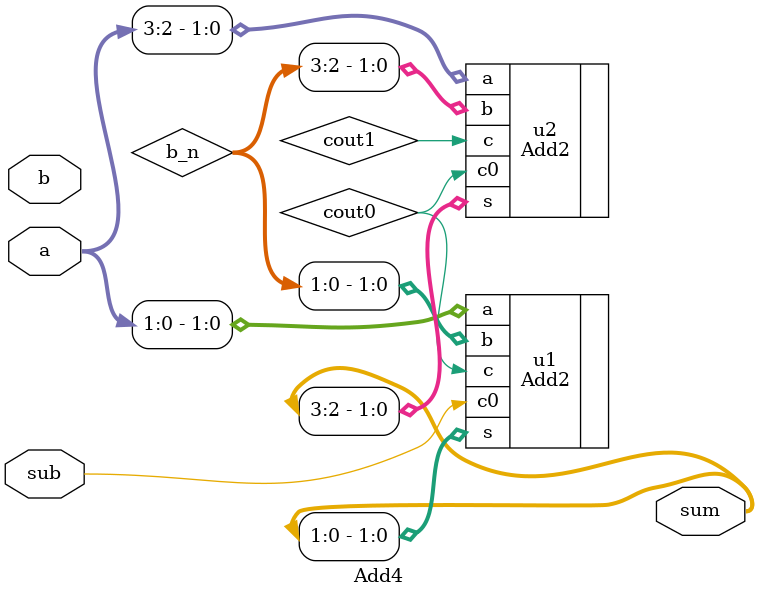
<source format=v>
module Add4(
    input [3:0] a,
    input [3:0] b,
    input sub,
    output [3:0] sum
);

    wire cout0;
    wire cout1;
    wire [3:0] b_n;
    
    /*
		Add2 u(a,b,c0,s,c)
		input: [1:0]a,[1:0]b,c0,
		output: [1:0]s,c
	*/
    Add2 u1(.a(a[1:0]), .b(b_n[1:0]), .c0(sub), .s(sum[1:0]), .c(cout0) );   
    Add2 u2(.a(a[3:2]), .b(b_n[3:2]), .c0(cout0), .s(sum[3:2]), .c(cout1) );
    
endmodule

</source>
